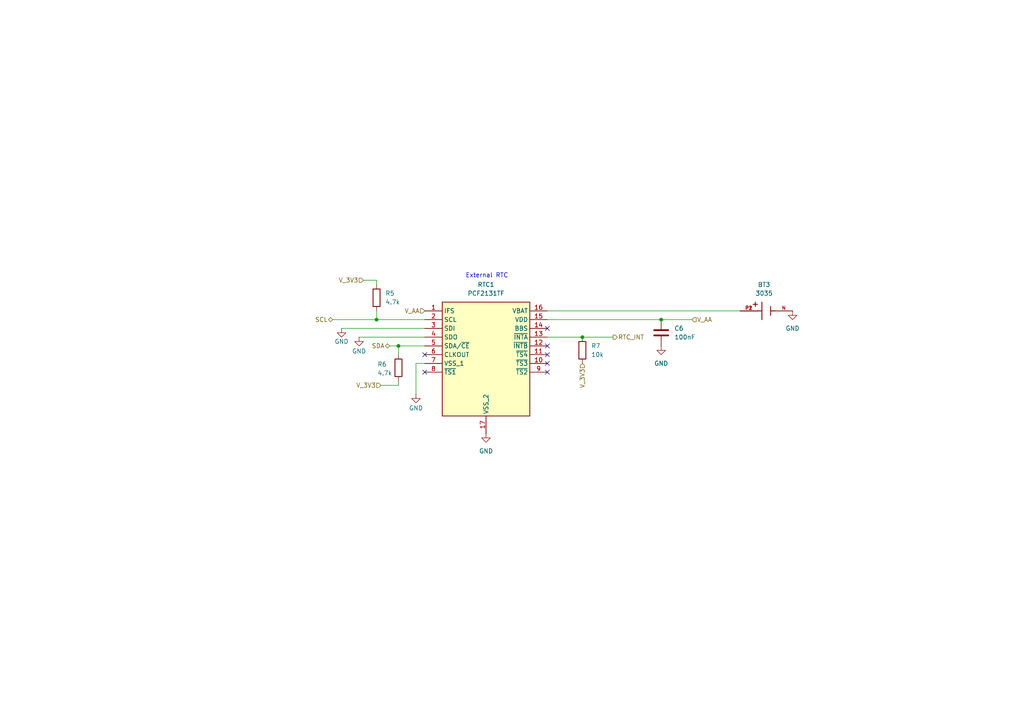
<source format=kicad_sch>
(kicad_sch (version 20250114) (generator "eeschema") (generator_version "9.0")
  (paper "A4")
  (lib_symbols
    (symbol "3035:3035" (pin_names (offset 1.016))
      (property "Reference" "BT" (at -3.81 3.81 0))
      (property "Value" "3035" (at -3.81 -5.08 0))
      (symbol "3035_0_0"
        (polyline (pts (xy -3.81 1.905) (xy -2.54 1.905)) (stroke (width 0.254)))
        (polyline (pts (xy -3.175 2.54) (xy -3.175 1.27)) (stroke (width 0.254)))
        (polyline (pts (xy -1.27 2.54) (xy -1.27 -2.54)) (stroke (width 0.254)))
        (polyline (pts (xy -1.27 0) (xy -2.54 0)) (stroke (width 0.254)))
        (polyline (pts (xy 1.27 1.27) (xy 1.27 -1.27)) (stroke (width 0.254)))
        (polyline (pts (xy 1.27 0) (xy 2.54 0)) (stroke (width 0.254)))
        (pin passive line (at -7.62 0 0) (length 5.08) (name "~") (number "P1"))
        (pin passive line (at -7.62 0 0) (length 5.08) (name "~") (number "P2"))
        (pin passive line (at 7.62 0 180) (length 5.08) (name "~") (number "N"))
      )
    )
    (symbol "Device:C" (pin_numbers (hide yes)) (pin_names (offset 0.254))
      (property "Reference" "C" (at 0.635 2.54 0))
      (property "Value" "C" (at 0.635 -2.54 0))
      (symbol "C_0_1"
        (polyline (pts (xy -2.032 0.762) (xy 2.032 0.762)) (stroke (width 0.508)))
        (polyline (pts (xy -2.032 -0.762) (xy 2.032 -0.762)) (stroke (width 0.508)))
      )
      (symbol "C_1_1"
        (pin passive line (at 0 3.81 270) (length 2.794) (name "~") (number "1"))
        (pin passive line (at 0 -3.81 90) (length 2.794) (name "~") (number "2"))
      )
    )
    (symbol "Device:R" (pin_numbers (hide yes)) (pin_names (offset 0))
      (property "Reference" "R" (at 2.032 0 90))
      (property "Value" "R" (at 0 0 90))
      (symbol "R_0_1"
        (rectangle (start -1.016 -2.54) (end 1.016 2.54) (stroke (width 0.254)))
      )
      (symbol "R_1_1"
        (pin passive line (at 0 3.81 270) (length 1.27) (name "~") (number "1"))
        (pin passive line (at 0 -3.81 90) (length 1.27) (name "~") (number "2"))
      )
    )
    (symbol "PCF2131TF:PCF2131TF"
      (property "Reference" "IC" (at 31.75 7.62 0))
      (property "Value" "PCF2131TF" (at 31.75 5.08 0))
      (symbol "PCF2131TF_1_1"
        (rectangle (start 5.08 2.54) (end 30.48 -30.48) (stroke (width 0.254)) (fill (type background)))
        (pin passive line (at 0 0 0) (length 5.08) (name "IFS") (number "1"))
        (pin passive line (at 0 -2.54 0) (length 5.08) (name "SCL") (number "2"))
        (pin passive line (at 0 -5.08 0) (length 5.08) (name "SDI") (number "3"))
        (pin passive line (at 0 -7.62 0) (length 5.08) (name "SDO") (number "4"))
        (pin passive line (at 0 -10.16 0) (length 5.08) (name "SDA/~{CE}") (number "5"))
        (pin passive line (at 0 -12.7 0) (length 5.08) (name "CLKOUT") (number "6"))
        (pin passive line (at 0 -15.24 0) (length 5.08) (name "VSS_1") (number "7"))
        (pin passive line (at 0 -17.78 0) (length 5.08) (name "~{TS1}") (number "8"))
        (pin passive line (at 17.78 -35.56 90) (length 5.08) (name "VSS_2") (number "17"))
        (pin passive line (at 35.56 0 180) (length 5.08) (name "VBAT") (number "16"))
        (pin passive line (at 35.56 -2.54 180) (length 5.08) (name "VDD") (number "15"))
        (pin passive line (at 35.56 -5.08 180) (length 5.08) (name "BBS") (number "14"))
        (pin passive line (at 35.56 -7.62 180) (length 5.08) (name "~{INTA}") (number "13"))
        (pin passive line (at 35.56 -10.16 180) (length 5.08) (name "~{INTB}") (number "12"))
        (pin passive line (at 35.56 -12.7 180) (length 5.08) (name "~{TS4}") (number "11"))
        (pin passive line (at 35.56 -15.24 180) (length 5.08) (name "~{TS3}") (number "10"))
        (pin passive line (at 35.56 -17.78 180) (length 5.08) (name "~{TS2}") (number "9"))
      )
    )
    (symbol "power:GND" (power) (pin_numbers (hide yes)) (pin_names (offset 0) (hide yes))
      (property "Value" "GND" (at 0 -3.81 0))
      (symbol "GND_0_1"
        (polyline (pts (xy 0 0) (xy 0 -1.27) (xy 1.27 -1.27) (xy 0 -2.54) (xy -1.27 -1.27) (xy 0 -1.27)))
      )
      (symbol "GND_1_1"
        (pin power_in line (at 0 0 270) (length 0) (name "~") (number "1"))
      )
    )
  )
  (text "External RTC" (at 141.224 80.01 0) (effects (font (size 1.27 1.27))))
  (junction (at 109.22 92.71))
  (junction (at 115.57 100.33))
  (junction (at 168.91 97.79))
  (junction (at 191.77 92.71))
  (no_connect (at 123.19 102.87))
  (no_connect (at 158.75 102.87))
  (no_connect (at 158.75 107.95))
  (no_connect (at 123.19 107.95))
  (no_connect (at 158.75 100.33))
  (no_connect (at 158.75 95.25))
  (no_connect (at 158.75 105.41))
  (wire (pts (xy 123.19 92.71) (xy 109.22 92.71)))
  (wire (pts (xy 115.57 111.76) (xy 115.57 110.49)))
  (wire (pts (xy 120.65 105.41) (xy 123.19 105.41)))
  (wire (pts (xy 115.57 100.33) (xy 113.03 100.33)))
  (wire (pts (xy 158.75 97.79) (xy 168.91 97.79)))
  (wire (pts (xy 115.57 100.33) (xy 115.57 102.87)))
  (wire (pts (xy 158.75 92.71) (xy 191.77 92.71)))
  (wire (pts (xy 110.49 111.76) (xy 115.57 111.76)))
  (wire (pts (xy 105.41 81.28) (xy 109.22 81.28)))
  (wire (pts (xy 158.75 90.17) (xy 214.63 90.17)))
  (wire (pts (xy 109.22 81.28) (xy 109.22 82.55)))
  (wire (pts (xy 104.14 97.79) (xy 123.19 97.79)))
  (wire (pts (xy 109.22 90.17) (xy 109.22 92.71)))
  (wire (pts (xy 123.19 100.33) (xy 115.57 100.33)))
  (wire (pts (xy 168.91 97.79) (xy 177.8 97.79)))
  (wire (pts (xy 99.06 95.25) (xy 123.19 95.25)))
  (wire (pts (xy 109.22 92.71) (xy 96.52 92.71)))
  (wire (pts (xy 120.65 114.3) (xy 120.65 105.41)))
  (wire (pts (xy 191.77 92.71) (xy 200.66 92.71)))
  (hierarchical_label "V_3V3" (shape input) (at 105.41 81.28 180))
  (hierarchical_label "V_AA" (shape input) (at 123.19 90.17 180))
  (hierarchical_label "V_3V3" (shape input) (at 168.91 105.41 270))
  (hierarchical_label "V_3V3" (shape input) (at 110.49 111.76 180))
  (hierarchical_label "V_AA" (shape input) (at 200.66 92.71 0))
  (hierarchical_label "RTC_INT" (shape output) (at 177.8 97.79 0))
  (hierarchical_label "SDA" (shape bidirectional) (at 113.03 100.33 180))
  (hierarchical_label "SCL" (shape bidirectional) (at 96.52 92.71 180))
  (symbol (lib_id "3035:3035") (at 222.25 90.17 0) (unit 1)
    (property "Reference" "BT3" (at 221.615 82.55 0))
    (property "Value" "3035" (at 221.615 85.09 0))
    (property "Footprint" "3035:BAT_3035" (effects (hide yes)))
    (property "MANUFACTURER" "Keystone Electronics" (effects (hide yes)))
    (property "STANDARD" "Manufacturer Recommendations" (effects (hide yes)))
    (property "MAXIMUM_PACKAGE_HEIGHT" "4.57mm" (effects (hide yes)))
    (property "SNAPEDA_PN" "3035" (effects (hide yes)))
  )
  (symbol (lib_id "power:GND") (at 140.97 125.73 0) (unit 1)
    (property "Reference" "#PWR022" (effects (hide yes)))
    (property "Value" "GND" (at 140.97 130.81 0))
    (property "Description" "Power symbol creates a global label with name \"GND\" , ground" (effects (hide yes)))
  )
  (symbol (lib_id "Device:R") (at 115.57 106.68 0) (unit 1)
    (property "Reference" "R6" (at 109.474 105.664 0) (effects (justify left)))
    (property "Value" "4.7k" (at 109.474 108.204 0) (effects (justify left)))
    (property "Footprint" "Resistor_SMD:R_0603_1608Metric" (effects (hide yes)))
    (property "Description" "Resistor" (effects (hide yes)))
  )
  (symbol (lib_id "Device:C") (at 191.77 96.52 0) (unit 1)
    (property "Reference" "C6" (at 195.58 95.2499 0) (effects (justify left)))
    (property "Value" "100nF" (at 195.58 97.7899 0) (effects (justify left)))
    (property "Footprint" "Capacitor_SMD:C_0603_1608Metric" (effects (hide yes)))
    (property "Description" "Unpolarized capacitor" (effects (hide yes)))
  )
  (symbol (lib_id "power:GND") (at 104.14 97.79 0) (unit 1)
    (property "Reference" "#PWR024" (effects (hide yes)))
    (property "Value" "GND" (at 104.14 101.854 0))
    (property "Description" "Power symbol creates a global label with name \"GND\" , ground" (effects (hide yes)))
  )
  (symbol (lib_id "PCF2131TF:PCF2131TF") (at 123.19 90.17 0) (unit 1)
    (property "Reference" "RTC1" (at 140.97 82.55 0))
    (property "Value" "PCF2131TF" (at 140.97 85.09 0))
    (property "Footprint" "SON50P350X450X150-17N-D" (effects (hide yes)))
    (property "Datasheet" "https://www.nxp.com/docs/en/data-sheet/PCF2131.pdf" (effects (hide yes)))
    (property "Description" "Real Time Clock (RTC) IC Clock/Calendar 8B I2C, SPI 16-LFDFN Exposed Pad" (effects (hide yes)))
    (property "Height" "1.5" (effects (hide yes)))
    (property "Manufacturer_Name" "NXP" (effects (hide yes)))
    (property "Manufacturer_Part_Number" "PCF2131TF" (effects (hide yes)))
  )
  (symbol (lib_id "power:GND") (at 191.77 100.33 0) (unit 1)
    (property "Reference" "#PWR027" (effects (hide yes)))
    (property "Value" "GND" (at 191.77 105.41 0))
    (property "Description" "Power symbol creates a global label with name \"GND\" , ground" (effects (hide yes)))
  )
  (symbol (lib_id "power:GND") (at 120.65 114.3 0) (unit 1)
    (property "Reference" "#PWR023" (effects (hide yes)))
    (property "Value" "GND" (at 120.65 118.364 0))
    (property "Description" "Power symbol creates a global label with name \"GND\" , ground" (effects (hide yes)))
  )
  (symbol (lib_id "power:GND") (at 99.06 95.25 0) (unit 1)
    (property "Reference" "#PWR025" (effects (hide yes)))
    (property "Value" "GND" (at 99.06 99.06 0))
    (property "Description" "Power symbol creates a global label with name \"GND\" , ground" (effects (hide yes)))
  )
  (symbol (lib_id "power:GND") (at 229.87 90.17 0) (unit 1)
    (property "Reference" "#PWR028" (effects (hide yes)))
    (property "Value" "GND" (at 229.87 95.25 0))
    (property "Description" "Power symbol creates a global label with name \"GND\" , ground" (effects (hide yes)))
  )
  (symbol (lib_id "Device:R") (at 168.91 101.6 180) (unit 1)
    (property "Reference" "R7" (at 171.45 100.3299 0) (effects (justify right)))
    (property "Value" "10k" (at 171.45 102.8699 0) (effects (justify right)))
    (property "Footprint" "Resistor_SMD:R_0603_1608Metric" (effects (hide yes)))
    (property "Description" "Resistor" (effects (hide yes)))
  )
  (symbol (lib_id "Device:R") (at 109.22 86.36 0) (unit 1)
    (property "Reference" "R5" (at 111.76 85.0899 0) (effects (justify left)))
    (property "Value" "4.7k" (at 111.76 87.6299 0) (effects (justify left)))
    (property "Footprint" "Resistor_SMD:R_0603_1608Metric" (effects (hide yes)))
    (property "Description" "Resistor" (effects (hide yes)))
  )
)
</source>
